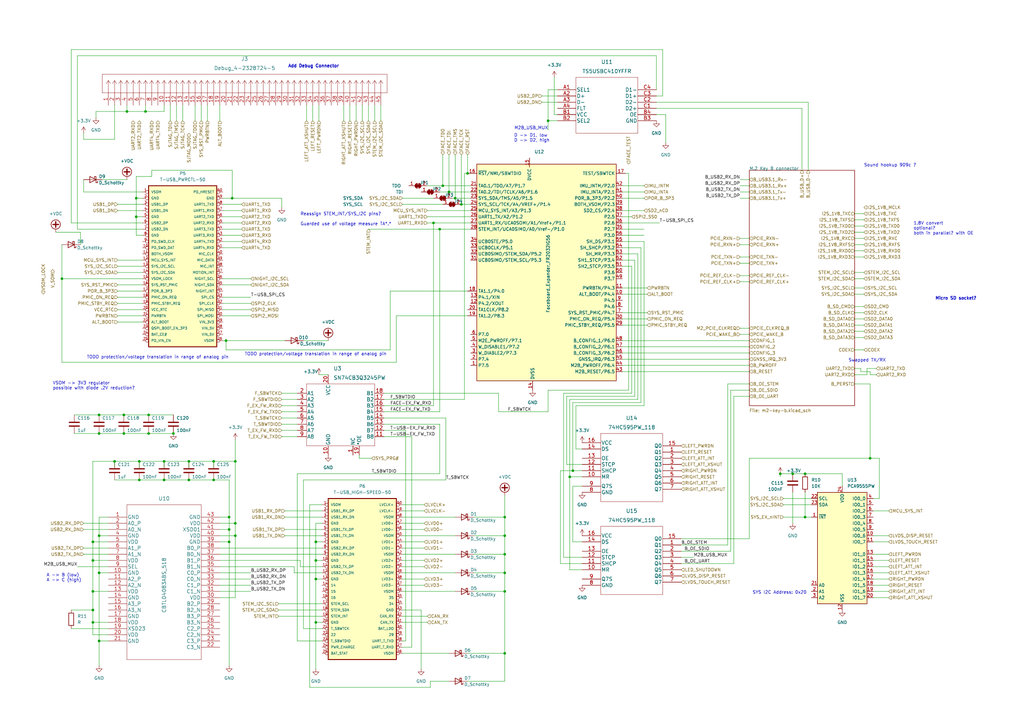
<source format=kicad_sch>
(kicad_sch (version 20211123) (generator eeschema)
  (paper "A3")
  (title_block (title "Expander, M.2 Key B and T-USB") (date "2022-08-23") (company "Digital Sculptor GmbH"))
  (junction (at 92.71 139.7))
  (junction (at 77.47 189.23))
  (junction (at 71.12 177.8))
  (junction (at 320.04 194.31))
  (junction (at 330.2 212.09))
  (junction (at 234.95 193.04))
  (junction (at 38.1 250.19))
  (junction (at 38.1 222.25))
  (junction (at 233.68 195.58))
  (junction (at 129.54 255.27))
  (junction (at 191.77 71.12))
  (junction (at 180.34 93.98))
  (junction (at 93.98 212.09))
  (junction (at 25.4 114.3))
  (junction (at 189.23 83.82))
  (junction (at 184.15 78.74))
  (junction (at 40.64 219.71))
  (junction (at 55.88 81.28))
  (junction (at 87.63 196.85))
  (junction (at 207.01 234.95))
  (junction (at 50.8 177.8))
  (junction (at 87.63 189.23))
  (junction (at 129.54 229.87))
  (junction (at 46.99 189.23))
  (junction (at 207.01 227.33))
  (junction (at 67.31 196.85))
  (junction (at 93.98 217.17))
  (junction (at 325.12 194.31))
  (junction (at 96.52 189.23))
  (junction (at 38.1 229.87))
  (junction (at 207.01 219.71))
  (junction (at 186.69 81.28))
  (junction (at 60.96 170.18))
  (junction (at 60.96 177.8))
  (junction (at 95.25 81.28))
  (junction (at 96.52 219.71))
  (junction (at 38.1 255.27))
  (junction (at 52.07 45.72))
  (junction (at 40.64 262.89))
  (junction (at 181.61 76.2))
  (junction (at 129.54 222.25))
  (junction (at 129.54 237.49))
  (junction (at 57.15 196.85))
  (junction (at 77.47 196.85))
  (junction (at 59.69 45.72))
  (junction (at 177.8 91.44))
  (junction (at 356.87 187.96))
  (junction (at 96.52 214.63))
  (junction (at 93.98 222.25))
  (junction (at 207.01 267.97))
  (junction (at 55.88 88.9))
  (junction (at 50.8 170.18))
  (junction (at 224.79 49.53))
  (junction (at 67.31 189.23))
  (junction (at 207.01 242.57))
  (junction (at 38.1 242.57))
  (junction (at 40.64 170.18))
  (junction (at 207.01 212.09))
  (junction (at 40.64 177.8))
  (junction (at 330.2 194.31))
  (junction (at 57.15 189.23))
  (junction (at 40.64 234.95))
  (wire (pts (xy 255.27 139.7) (xy 307.34 139.7)))
  (wire (pts (xy 48.26 121.92) (xy 58.42 121.92)))
  (wire (pts (xy 157.48 168.91) (xy 180.34 168.91)))
  (wire (pts (xy 91.44 116.84) (xy 102.87 116.84)))
  (wire (pts (xy 194.31 234.95) (xy 207.01 234.95)))
  (wire (pts (xy 115.57 166.37) (xy 121.92 166.37)))
  (wire (pts (xy 157.48 161.29) (xy 204.47 161.29)))
  (wire (pts (xy 85.09 49.53) (xy 85.09 43.18)))
  (wire (pts (xy 166.37 176.53) (xy 166.37 262.89)))
  (wire (pts (xy 57.15 189.23) (xy 67.31 189.23)))
  (wire (pts (xy 134.62 139.7) (xy 124.46 139.7)))
  (wire (pts (xy 55.88 88.9) (xy 55.88 96.52)))
  (wire (pts (xy 57.15 189.23) (xy 57.15 191.77)))
  (wire (pts (xy 350.52 135.89) (xy 354.33 135.89)))
  (wire (pts (xy 40.64 262.89) (xy 40.64 273.05)))
  (wire (pts (xy 238.76 184.15) (xy 236.22 184.15)))
  (wire (pts (xy 350.52 118.11) (xy 354.33 118.11)))
  (wire (pts (xy 229.87 193.04) (xy 234.95 193.04)))
  (wire (pts (xy 95.25 69.85) (xy 95.25 81.28)))
  (wire (pts (xy 325.12 201.93) (xy 325.12 214.63)))
  (wire (pts (xy 207.01 203.2) (xy 207.01 212.09)))
  (wire (pts (xy 228.6 36.83) (xy 224.79 36.83)))
  (wire (pts (xy 255.27 106.68) (xy 260.35 106.68)))
  (wire (pts (xy 236.22 184.15) (xy 236.22 166.37)))
  (wire (pts (xy 91.44 129.54) (xy 102.87 129.54)))
  (wire (pts (xy 356.87 157.48) (xy 356.87 187.96)))
  (wire (pts (xy 204.47 161.29) (xy 204.47 168.91)))
  (wire (pts (xy 87.63 189.23) (xy 87.63 191.77)))
  (wire (pts (xy 350.52 125.73) (xy 354.33 125.73)))
  (wire (pts (xy 162.56 129.54) (xy 162.56 148.59)))
  (wire (pts (xy 262.89 101.6) (xy 262.89 165.1)))
  (wire (pts (xy 350.52 130.81) (xy 354.33 130.81)))
  (wire (pts (xy 160.02 143.51) (xy 92.71 143.51)))
  (wire (pts (xy 300.99 231.14) (xy 300.99 162.56)))
  (wire (pts (xy 90.17 242.57) (xy 102.87 242.57)))
  (wire (pts (xy 55.88 81.28) (xy 55.88 88.9)))
  (wire (pts (xy 350.52 100.33) (xy 354.33 100.33)))
  (wire (pts (xy 93.98 196.85) (xy 93.98 212.09)))
  (wire (pts (xy 186.69 63.5) (xy 186.69 81.28)))
  (wire (pts (xy 271.78 39.37) (xy 271.78 20.32)))
  (wire (pts (xy 151.13 43.18) (xy 151.13 49.53)))
  (wire (pts (xy 358.14 240.03) (xy 364.49 240.03)))
  (wire (pts (xy 279.4 231.14) (xy 300.99 231.14)))
  (wire (pts (xy 90.17 49.53) (xy 90.17 43.18)))
  (wire (pts (xy 165.1 83.82) (xy 181.61 83.82)))
  (wire (pts (xy 165.1 255.27) (xy 175.26 255.27)))
  (wire (pts (xy 299.72 160.02) (xy 307.34 160.02)))
  (wire (pts (xy 34.29 57.15) (xy 46.99 57.15)))
  (wire (pts (xy 224.79 49.53) (xy 224.79 53.34)))
  (wire (pts (xy 350.52 143.51) (xy 354.33 143.51)))
  (wire (pts (xy 74.93 49.53) (xy 74.93 43.18)))
  (wire (pts (xy 350.52 128.27) (xy 354.33 128.27)))
  (wire (pts (xy 182.88 196.85) (xy 124.46 196.85)))
  (wire (pts (xy 191.77 279.4) (xy 207.01 279.4)))
  (wire (pts (xy 358.14 204.47) (xy 360.68 204.47)))
  (wire (pts (xy 325.12 194.31) (xy 330.2 194.31)))
  (wire (pts (xy 176.53 281.94) (xy 176.53 279.4)))
  (wire (pts (xy 91.44 96.52) (xy 99.06 96.52)))
  (wire (pts (xy 130.81 153.67) (xy 134.62 153.67)))
  (wire (pts (xy 224.79 160.02) (xy 224.79 168.91)))
  (wire (pts (xy 127 281.94) (xy 176.53 281.94)))
  (wire (pts (xy 191.77 71.12) (xy 190.5 71.12)))
  (wire (pts (xy 58.42 81.28) (xy 55.88 81.28)))
  (wire (pts (xy 40.64 170.18) (xy 50.8 170.18)))
  (wire (pts (xy 350.52 90.17) (xy 354.33 90.17)))
  (wire (pts (xy 55.88 88.9) (xy 58.42 88.9)))
  (wire (pts (xy 284.48 228.6) (xy 279.4 228.6)))
  (wire (pts (xy 255.27 147.32) (xy 307.34 147.32)))
  (wire (pts (xy 255.27 133.35) (xy 265.43 133.35)))
  (wire (pts (xy 303.53 73.66) (xy 307.34 73.66)))
  (wire (pts (xy 31.75 232.41) (xy 44.45 232.41)))
  (wire (pts (xy 91.44 127) (xy 102.87 127)))
  (wire (pts (xy 255.27 149.86) (xy 307.34 149.86)))
  (wire (pts (xy 177.8 91.44) (xy 193.04 91.44)))
  (wire (pts (xy 269.24 41.91) (xy 331.47 41.91)))
  (wire (pts (xy 255.27 118.11) (xy 265.43 118.11)))
  (wire (pts (xy 57.15 196.85) (xy 67.31 196.85)))
  (wire (pts (xy 120.65 232.41) (xy 90.17 232.41)))
  (wire (pts (xy 259.08 109.22) (xy 255.27 109.22)))
  (wire (pts (xy 260.35 162.56) (xy 232.41 162.56)))
  (wire (pts (xy 34.29 73.66) (xy 34.29 78.74)))
  (wire (pts (xy 321.31 212.09) (xy 330.2 212.09)))
  (wire (pts (xy 165.1 240.03) (xy 173.99 240.03)))
  (wire (pts (xy 255.27 88.9) (xy 259.08 88.9)))
  (wire (pts (xy 165.1 250.19) (xy 172.72 250.19)))
  (wire (pts (xy 165.1 217.17) (xy 173.99 217.17)))
  (wire (pts (xy 303.53 115.57) (xy 307.34 115.57)))
  (wire (pts (xy 181.61 63.5) (xy 181.61 76.2)))
  (wire (pts (xy 207.01 234.95) (xy 207.01 227.33)))
  (wire (pts (xy 175.26 86.36) (xy 193.04 86.36)))
  (wire (pts (xy 224.79 36.83) (xy 224.79 49.53)))
  (wire (pts (xy 320.04 194.31) (xy 325.12 194.31)))
  (wire (pts (xy 91.44 124.46) (xy 102.87 124.46)))
  (wire (pts (xy 38.1 255.27) (xy 38.1 260.35)))
  (wire (pts (xy 358.14 229.87) (xy 364.49 229.87)))
  (wire (pts (xy 358.14 234.95) (xy 364.49 234.95)))
  (wire (pts (xy 233.68 163.83) (xy 261.62 163.83)))
  (wire (pts (xy 77.47 196.85) (xy 87.63 196.85)))
  (wire (pts (xy 224.79 49.53) (xy 228.6 49.53)))
  (wire (pts (xy 350.52 87.63) (xy 354.33 87.63)))
  (wire (pts (xy 38.1 255.27) (xy 44.45 255.27)))
  (wire (pts (xy 175.26 91.44) (xy 177.8 91.44)))
  (wire (pts (xy 157.48 163.83) (xy 190.5 163.83)))
  (wire (pts (xy 157.48 179.07) (xy 168.91 179.07)))
  (wire (pts (xy 44.45 212.09) (xy 40.64 212.09)))
  (wire (pts (xy 207.01 267.97) (xy 207.01 242.57)))
  (wire (pts (xy 69.85 49.53) (xy 69.85 43.18)))
  (wire (pts (xy 31.75 22.86) (xy 31.75 93.98)))
  (wire (pts (xy 120.65 234.95) (xy 120.65 232.41)))
  (wire (pts (xy 38.1 222.25) (xy 38.1 229.87)))
  (wire (pts (xy 40.64 219.71) (xy 40.64 234.95)))
  (wire (pts (xy 330.2 201.93) (xy 330.2 212.09)))
  (wire (pts (xy 146.05 43.18) (xy 146.05 49.53)))
  (wire (pts (xy 184.15 78.74) (xy 193.04 78.74)))
  (wire (pts (xy 182.88 171.45) (xy 182.88 196.85)))
  (wire (pts (xy 303.53 81.28) (xy 307.34 81.28)))
  (wire (pts (xy 129.54 222.25) (xy 132.08 222.25)))
  (wire (pts (xy 34.29 214.63) (xy 44.45 214.63)))
  (wire (pts (xy 190.5 71.12) (xy 190.5 163.83)))
  (wire (pts (xy 48.26 132.08) (xy 58.42 132.08)))
  (wire (pts (xy 165.1 267.97) (xy 184.15 267.97)))
  (wire (pts (xy 330.2 194.31) (xy 345.44 194.31)))
  (wire (pts (xy 232.41 190.5) (xy 238.76 190.5)))
  (wire (pts (xy 303.53 78.74) (xy 307.34 78.74)))
  (wire (pts (xy 58.42 78.74) (xy 34.29 78.74)))
  (wire (pts (xy 115.57 171.45) (xy 121.92 171.45)))
  (wire (pts (xy 207.01 227.33) (xy 207.01 219.71)))
  (wire (pts (xy 29.21 91.44) (xy 58.42 91.44)))
  (wire (pts (xy 132.08 207.01) (xy 127 207.01)))
  (wire (pts (xy 129.54 255.27) (xy 132.08 255.27)))
  (wire (pts (xy 62.23 72.39) (xy 62.23 69.85)))
  (wire (pts (xy 59.69 45.72) (xy 52.07 45.72)))
  (wire (pts (xy 165.1 214.63) (xy 173.99 214.63)))
  (wire (pts (xy 90.17 219.71) (xy 96.52 219.71)))
  (wire (pts (xy 356.87 152.4) (xy 356.87 153.67)))
  (wire (pts (xy 52.07 73.66) (xy 41.91 73.66)))
  (wire (pts (xy 67.31 196.85) (xy 77.47 196.85)))
  (wire (pts (xy 140.97 43.18) (xy 140.97 49.53)))
  (wire (pts (xy 55.88 96.52) (xy 58.42 96.52)))
  (wire (pts (xy 255.27 76.2) (xy 264.16 76.2)))
  (wire (pts (xy 207.01 219.71) (xy 207.01 212.09)))
  (wire (pts (xy 262.89 165.1) (xy 234.95 165.1)))
  (wire (pts (xy 255.27 93.98) (xy 264.16 93.98)))
  (wire (pts (xy 132.08 252.73) (xy 114.3 252.73)))
  (wire (pts (xy 231.14 161.29) (xy 259.08 161.29)))
  (wire (pts (xy 115.57 176.53) (xy 121.92 176.53)))
  (wire (pts (xy 358.14 209.55) (xy 364.49 209.55)))
  (wire (pts (xy 238.76 195.58) (xy 233.68 195.58)))
  (wire (pts (xy 114.3 250.19) (xy 132.08 250.19)))
  (wire (pts (xy 77.47 189.23) (xy 77.47 191.77)))
  (wire (pts (xy 320.04 194.31) (xy 320.04 195.58)))
  (wire (pts (xy 194.31 219.71) (xy 207.01 219.71)))
  (wire (pts (xy 29.21 257.81) (xy 44.45 257.81)))
  (wire (pts (xy 279.4 223.52) (xy 298.45 223.52)))
  (wire (pts (xy 48.26 83.82) (xy 58.42 83.82)))
  (wire (pts (xy 207.01 242.57) (xy 207.01 234.95)))
  (wire (pts (xy 261.62 104.14) (xy 255.27 104.14)))
  (wire (pts (xy 38.1 229.87) (xy 44.45 229.87)))
  (wire (pts (xy 90.17 217.17) (xy 93.98 217.17)))
  (wire (pts (xy 255.27 152.4) (xy 307.34 152.4)))
  (wire (pts (xy 22.86 95.25) (xy 33.02 95.25)))
  (wire (pts (xy 298.45 157.48) (xy 307.34 157.48)))
  (wire (pts (xy 143.51 43.18) (xy 143.51 49.53)))
  (wire (pts (xy 91.44 86.36) (xy 99.06 86.36)))
  (wire (pts (xy 48.26 86.36) (xy 58.42 86.36)))
  (wire (pts (xy 67.31 45.72) (xy 59.69 45.72)))
  (wire (pts (xy 255.27 142.24) (xy 307.34 142.24)))
  (wire (pts (xy 236.22 166.37) (xy 264.16 166.37)))
  (wire (pts (xy 90.17 237.49) (xy 102.87 237.49)))
  (wire (pts (xy 204.47 168.91) (xy 224.79 168.91)))
  (wire (pts (xy 44.45 260.35) (xy 38.1 260.35)))
  (wire (pts (xy 162.56 148.59) (xy 25.4 148.59)))
  (wire (pts (xy 91.44 114.3) (xy 102.87 114.3)))
  (wire (pts (xy 130.81 43.18) (xy 130.81 49.53)))
  (wire (pts (xy 72.39 49.53) (xy 72.39 43.18)))
  (wire (pts (xy 234.95 199.39) (xy 234.95 222.25)))
  (wire (pts (xy 350.52 111.76) (xy 354.33 111.76)))
  (wire (pts (xy 358.14 232.41) (xy 364.49 232.41)))
  (wire (pts (xy 129.54 237.49) (xy 132.08 237.49)))
  (wire (pts (xy 31.75 93.98) (xy 58.42 93.98)))
  (wire (pts (xy 90.17 234.95) (xy 102.87 234.95)))
  (wire (pts (xy 165.1 265.43) (xy 168.91 265.43)))
  (wire (pts (xy 229.87 231.14) (xy 229.87 193.04)))
  (wire (pts (xy 132.08 214.63) (xy 129.54 214.63)))
  (wire (pts (xy 165.1 207.01) (xy 173.99 207.01)))
  (wire (pts (xy 48.26 119.38) (xy 58.42 119.38)))
  (wire (pts (xy 350.52 97.79) (xy 354.33 97.79)))
  (wire (pts (xy 59.69 43.18) (xy 59.69 45.72)))
  (wire (pts (xy 123.19 232.41) (xy 132.08 232.41)))
  (wire (pts (xy 189.23 83.82) (xy 193.04 83.82)))
  (wire (pts (xy 168.91 179.07) (xy 168.91 265.43)))
  (wire (pts (xy 191.77 63.5) (xy 191.77 71.12)))
  (wire (pts (xy 279.4 220.98) (xy 307.34 220.98)))
  (wire (pts (xy 48.26 109.22) (xy 58.42 109.22)))
  (wire (pts (xy 255.27 120.65) (xy 265.43 120.65)))
  (wire (pts (xy 269.24 39.37) (xy 271.78 39.37)))
  (wire (pts (xy 40.64 234.95) (xy 40.64 262.89)))
  (wire (pts (xy 175.26 88.9) (xy 193.04 88.9)))
  (wire (pts (xy 194.31 212.09) (xy 207.01 212.09)))
  (wire (pts (xy 96.52 180.34) (xy 96.52 189.23)))
  (wire (pts (xy 115.57 163.83) (xy 121.92 163.83)))
  (wire (pts (xy 303.53 113.03) (xy 307.34 113.03)))
  (wire (pts (xy 60.96 177.8) (xy 71.12 177.8)))
  (wire (pts (xy 40.64 177.8) (xy 50.8 177.8)))
  (wire (pts (xy 129.54 222.25) (xy 129.54 229.87)))
  (wire (pts (xy 300.99 162.56) (xy 307.34 162.56)))
  (wire (pts (xy 255.27 91.44) (xy 270.51 91.44)))
  (wire (pts (xy 90.17 222.25) (xy 93.98 222.25)))
  (wire (pts (xy 127 207.01) (xy 127 281.94)))
  (wire (pts (xy 87.63 189.23) (xy 96.52 189.23)))
  (wire (pts (xy 160.02 119.38) (xy 160.02 143.51)))
  (wire (pts (xy 90.17 212.09) (xy 93.98 212.09)))
  (wire (pts (xy 77.47 189.23) (xy 87.63 189.23)))
  (wire (pts (xy 125.73 43.18) (xy 125.73 49.53)))
  (wire (pts (xy 48.26 116.84) (xy 58.42 116.84)))
  (wire (pts (xy 91.44 88.9) (xy 99.06 88.9)))
  (wire (pts (xy 358.14 222.25) (xy 364.49 222.25)))
  (wire (pts (xy 25.4 114.3) (xy 25.4 100.33)))
  (wire (pts (xy 234.95 193.04) (xy 238.76 193.04)))
  (wire (pts (xy 96.52 219.71) (xy 96.52 245.11)))
  (wire (pts (xy 34.29 54.61) (xy 34.29 57.15)))
  (wire (pts (xy 132.08 257.81) (xy 124.46 257.81)))
  (wire (pts (xy 273.05 46.99) (xy 273.05 58.42)))
  (wire (pts (xy 350.52 114.3) (xy 354.33 114.3)))
  (wire (pts (xy 92.71 139.7) (xy 92.71 143.51)))
  (wire (pts (xy 165.1 81.28) (xy 177.8 81.28)))
  (wire (pts (xy 358.14 245.11) (xy 364.49 245.11)))
  (wire (pts (xy 116.84 217.17) (xy 132.08 217.17)))
  (wire (pts (xy 157.48 173.99) (xy 180.34 173.99)))
  (wire (pts (xy 29.21 250.19) (xy 38.1 250.19)))
  (wire (pts (xy 350.52 153.67) (xy 355.6 153.67)))
  (wire (pts (xy 298.45 223.52) (xy 298.45 157.48)))
  (wire (pts (xy 129.54 229.87) (xy 129.54 237.49)))
  (wire (pts (xy 80.01 49.53) (xy 80.01 43.18)))
  (wire (pts (xy 259.08 161.29) (xy 259.08 109.22)))
  (wire (pts (xy 123.19 232.41) (xy 123.19 229.87)))
  (wire (pts (xy 50.8 170.18) (xy 60.96 170.18)))
  (wire (pts (xy 256.54 71.12) (xy 257.81 71.12)))
  (wire (pts (xy 91.44 93.98) (xy 99.06 93.98)))
  (wire (pts (xy 356.87 153.67) (xy 359.41 153.67)))
  (wire (pts (xy 360.68 204.47) (xy 360.68 187.96)))
  (wire (pts (xy 91.44 121.92) (xy 102.87 121.92)))
  (wire (pts (xy 307.34 187.96) (xy 356.87 187.96)))
  (wire (pts (xy 350.52 151.13) (xy 353.06 151.13)))
  (wire (pts (xy 303.53 137.16) (xy 307.34 137.16)))
  (wire (pts (xy 121.92 194.31) (xy 121.92 262.89)))
  (wire (pts (xy 194.31 227.33) (xy 207.01 227.33)))
  (wire (pts (xy 350.52 120.65) (xy 354.33 120.65)))
  (wire (pts (xy 157.48 176.53) (xy 166.37 176.53)))
  (wire (pts (xy 90.17 227.33) (xy 132.08 227.33)))
  (wire (pts (xy 350.52 105.41) (xy 354.33 105.41)))
  (wire (pts (xy 60.96 170.18) (xy 71.12 170.18)))
  (wire (pts (xy 93.98 222.25) (xy 93.98 273.05)))
  (wire (pts (xy 255.27 130.81) (xy 265.43 130.81)))
  (wire (pts (xy 52.07 43.18) (xy 52.07 45.72)))
  (wire (pts (xy 151.13 93.98) (xy 180.34 93.98)))
  (wire (pts (xy 175.26 76.2) (xy 181.61 76.2)))
  (wire (pts (xy 165.1 237.49) (xy 173.99 237.49)))
  (wire (pts (xy 29.21 20.32) (xy 29.21 91.44)))
  (wire (pts (xy 260.35 106.68) (xy 260.35 162.56)))
  (wire (pts (xy 115.57 81.28) (xy 115.57 85.09)))
  (wire (pts (xy 194.31 242.57) (xy 207.01 242.57)))
  (wire (pts (xy 116.84 209.55) (xy 132.08 209.55)))
  (wire (pts (xy 350.52 102.87) (xy 354.33 102.87)))
  (wire (pts (xy 345.44 194.31) (xy 345.44 199.39)))
  (wire (pts (xy 303.53 97.79) (xy 307.34 97.79)))
  (wire (pts (xy 269.24 46.99) (xy 273.05 46.99)))
  (wire (pts (xy 233.68 233.68) (xy 233.68 195.58)))
  (wire (pts (xy 238.76 231.14) (xy 229.87 231.14)))
  (wire (pts (xy 40.64 262.89) (xy 44.45 262.89)))
  (wire (pts (xy 358.14 227.33) (xy 364.49 227.33)))
  (wire (pts (xy 355.6 151.13) (xy 359.41 151.13)))
  (wire (pts (xy 165.1 232.41) (xy 173.99 232.41)))
  (wire (pts (xy 157.48 166.37) (xy 177.8 166.37)))
  (wire (pts (xy 269.24 36.83) (xy 269.24 22.86)))
  (wire (pts (xy 34.29 227.33) (xy 44.45 227.33)))
  (wire (pts (xy 147.32 187.96) (xy 152.4 187.96)))
  (wire (pts (xy 232.41 162.56) (xy 232.41 190.5)))
  (wire (pts (xy 255.27 78.74) (xy 264.16 78.74)))
  (wire (pts (xy 156.21 43.18) (xy 156.21 49.53)))
  (wire (pts (xy 91.44 139.7) (xy 92.71 139.7)))
  (wire (pts (xy 90.17 240.03) (xy 102.87 240.03)))
  (wire (pts (xy 95.25 81.28) (xy 115.57 81.28)))
  (wire (pts (xy 165.1 209.55) (xy 173.99 209.55)))
  (wire (pts (xy 33.02 95.25) (xy 33.02 100.33)))
  (wire (pts (xy 91.44 81.28) (xy 95.25 81.28)))
  (wire (pts (xy 257.81 71.12) (xy 257.81 160.02)))
  (wire (pts (xy 46.99 189.23) (xy 57.15 189.23)))
  (wire (pts (xy 67.31 189.23) (xy 67.31 191.77)))
  (wire (pts (xy 191.77 267.97) (xy 207.01 267.97)))
  (wire (pts (xy 176.53 279.4) (xy 184.15 279.4)))
  (wire (pts (xy 165.1 219.71) (xy 186.69 219.71)))
  (wire (pts (xy 180.34 194.31) (xy 121.92 194.31)))
  (wire (pts (xy 264.16 99.06) (xy 255.27 99.06)))
  (wire (pts (xy 358.14 237.49) (xy 364.49 237.49)))
  (wire (pts (xy 38.1 242.57) (xy 38.1 250.19)))
  (wire (pts (xy 180.34 173.99) (xy 180.34 194.31)))
  (wire (pts (xy 38.1 229.87) (xy 38.1 242.57)))
  (wire (pts (xy 115.57 161.29) (xy 121.92 161.29)))
  (wire (pts (xy 165.1 242.57) (xy 186.69 242.57)))
  (wire (pts (xy 90.17 214.63) (xy 96.52 214.63)))
  (wire (pts (xy 39.37 45.72) (xy 39.37 48.26)))
  (wire (pts (xy 350.52 133.35) (xy 354.33 133.35)))
  (wire (pts (xy 96.52 214.63) (xy 96.52 219.71)))
  (wire (pts (xy 165.1 252.73) (xy 175.26 252.73)))
  (wire (pts (xy 180.34 93.98) (xy 180.34 168.91)))
  (wire (pts (xy 91.44 99.06) (xy 99.06 99.06)))
  (wire (pts (xy 46.99 189.23) (xy 46.99 191.77)))
  (wire (pts (xy 93.98 217.17) (xy 93.98 222.25)))
  (wire (pts (xy 50.8 177.8) (xy 60.96 177.8)))
  (wire (pts (xy 355.6 153.67) (xy 355.6 151.13)))
  (wire (pts (xy 62.23 69.85) (xy 95.25 69.85)))
  (wire (pts (xy 228.6 46.99) (xy 227.33 46.99)))
  (wire (pts (xy 191.77 129.54) (xy 162.56 129.54)))
  (wire (pts (xy 55.88 81.28) (xy 55.88 72.39)))
  (wire (pts (xy 34.29 217.17) (xy 44.45 217.17)))
  (wire (pts (xy 116.84 219.71) (xy 132.08 219.71)))
  (wire (pts (xy 147.32 186.69) (xy 147.32 187.96)))
  (wire (pts (xy 38.1 250.19) (xy 38.1 255.27)))
  (wire (pts (xy 116.84 139.7) (xy 92.71 139.7)))
  (wire (pts (xy 255.27 81.28) (xy 264.16 81.28)))
  (wire (pts (xy 255.27 86.36) (xy 264.16 86.36)))
  (wire (pts (xy 186.69 81.28) (xy 185.42 81.28)))
  (wire (pts (xy 38.1 189.23) (xy 38.1 222.25)))
  (wire (pts (xy 96.52 189.23) (xy 96.52 214.63)))
  (wire (pts (xy 180.34 93.98) (xy 193.04 93.98)))
  (wire (pts (xy 129.54 237.49) (xy 129.54 255.27)))
  (wire (pts (xy 231.14 228.6) (xy 231.14 161.29)))
  (wire (pts (xy 115.57 173.99) (xy 121.92 173.99)))
  (wire (pts (xy 91.44 83.82) (xy 99.06 83.82)))
  (wire (pts (xy 303.53 100.33) (xy 307.34 100.33)))
  (wire (pts (xy 356.87 187.96) (xy 360.68 187.96)))
  (wire (pts (xy 255.27 144.78) (xy 307.34 144.78)))
  (wire (pts (xy 46.99 196.85) (xy 57.15 196.85)))
  (wire (pts (xy 116.84 212.09) (xy 132.08 212.09)))
  (wire (pts (xy 91.44 101.6) (xy 99.06 101.6)))
  (wire (pts (xy 222.25 39.37) (xy 228.6 39.37)))
  (wire (pts (xy 132.08 262.89) (xy 121.92 262.89)))
  (wire (pts (xy 321.31 207.01) (xy 332.74 207.01)))
  (wire (pts (xy 30.48 170.18) (xy 40.64 170.18)))
  (wire (pts (xy 279.4 226.06) (xy 299.72 226.06)))
  (wire (pts (xy 128.27 43.18) (xy 128.27 49.53)))
  (wire (pts (xy 58.42 114.3) (xy 25.4 114.3)))
  (wire (pts (xy 165.1 262.89) (xy 166.37 262.89)))
  (wire (pts (xy 91.44 91.44) (xy 99.06 91.44)))
  (wire (pts (xy 38.1 222.25) (xy 44.45 222.25)))
  (wire (pts (xy 93.98 212.09) (xy 93.98 217.17)))
  (wire (pts (xy 189.23 63.5) (xy 189.23 83.82)))
  (wire (pts (xy 177.8 91.44) (xy 177.8 166.37)))
  (wire (pts (xy 353.06 151.13) (xy 353.06 152.4)))
  (wire (pts (xy 331.47 41.91) (xy 331.47 69.85)))
  (wire (pts (xy 358.14 242.57) (xy 364.49 242.57)))
  (wire (pts (xy 238.76 199.39) (xy 234.95 199.39)))
  (wire (pts (xy 191.77 119.38) (xy 160.02 119.38)))
  (wire (pts (xy 269.24 22.86) (xy 31.75 22.86)))
  (wire (pts (xy 350.52 138.43) (xy 354.33 138.43)))
  (wire (pts (xy 48.26 111.76) (xy 58.42 111.76)))
  (wire (pts (xy 234.95 222.25) (xy 238.76 222.25)))
  (wire (pts (xy 25.4 148.59) (xy 25.4 114.3)))
  (wire (pts (xy 87.63 196.85) (xy 93.98 196.85)))
  (wire (pts (xy 40.64 234.95) (xy 44.45 234.95)))
  (wire (pts (xy 299.72 226.06) (xy 299.72 160.02)))
  (wire (pts (xy 328.93 44.45) (xy 328.93 69.85)))
  (wire (pts (xy 227.33 46.99) (xy 227.33 31.75)))
  (wire (pts (xy 165.1 229.87) (xy 173.99 229.87)))
  (wire (pts (xy 222.25 41.91) (xy 228.6 41.91)))
  (wire (pts (xy 129.54 229.87) (xy 132.08 229.87)))
  (wire (pts (xy 303.53 134.62) (xy 307.34 134.62)))
  (wire (pts (xy 261.62 163.83) (xy 261.62 104.14)))
  (wire (pts (xy 307.34 220.98) (xy 307.34 187.96)))
  (wire (pts (xy 48.26 124.46) (xy 58.42 124.46)))
  (wire (pts (xy 255.27 101.6) (xy 262.89 101.6)))
  (wire (pts (xy 264.16 166.37) (xy 264.16 99.06)))
  (wire (pts (xy 358.14 219.71) (xy 364.49 219.71)))
  (wire (pts (xy 157.48 171.45) (xy 182.88 171.45)))
  (wire (pts (xy 238.76 228.6) (xy 231.14 228.6)))
  (wire (pts (xy 238.76 233.68) (xy 233.68 233.68)))
  (wire (pts (xy 129.54 214.63) (xy 129.54 222.25)))
  (wire (pts (xy 115.57 179.07) (xy 121.92 179.07)))
  (wire (pts (xy 124.46 196.85) (xy 124.46 257.81)))
  (wire (pts (xy 353.06 152.4) (xy 356.87 152.4)))
  (wire (pts (xy 172.72 250.19) (xy 172.72 274.32)))
  (wire (pts (xy 39.37 45.72) (xy 52.07 45.72)))
  (wire (pts (xy 181.61 76.2) (xy 193.04 76.2)))
  (wire (pts (xy 40.64 212.09) (xy 40.64 219.71)))
  (wire (pts (xy 48.26 129.54) (xy 58.42 129.54)))
  (wire (pts (xy 350.52 95.25) (xy 354.33 95.25)))
  (wire (pts (xy 29.21 20.32) (xy 271.78 20.32)))
  (wire (pts (xy 186.69 81.28) (xy 193.04 81.28)))
  (wire (pts (xy 165.1 222.25) (xy 173.99 222.25)))
  (wire (pts (xy 46.99 57.15) (xy 46.99 43.18)))
  (wire (pts (xy 180.34 78.74) (xy 184.15 78.74)))
  (wire (pts (xy 67.31 189.23) (xy 77.47 189.23)))
  (wire (pts (xy 234.95 165.1) (xy 234.95 193.04)))
  (wire (pts (xy 356.87 157.48) (xy 350.52 157.48)))
  (wire (pts (xy 207.01 279.4) (xy 207.01 267.97)))
  (wire (pts (xy 82.55 43.18) (xy 82.55 49.53)))
  (wire (pts (xy 303.53 107.95) (xy 307.34 107.95)))
  (wire (pts (xy 165.1 234.95) (xy 186.69 234.95)))
  (wire (pts (xy 90.17 245.11) (xy 96.52 245.11)))
  (wire (pts (xy 269.24 44.45) (xy 328.93 44.45)))
  (wire (pts (xy 233.68 195.58) (xy 233.68 163.83)))
  (wire (pts (xy 129.54 255.27) (xy 129.54 274.32)))
  (wire (pts (xy 330.2 212.09) (xy 332.74 212.09)))
  (wire (pts (xy 123.19 229.87) (xy 90.17 229.87)))
  (wire (pts (xy 303.53 76.2) (xy 307.34 76.2)))
  (wire (pts (xy 120.65 234.95) (xy 132.08 234.95)))
  (wire (pts (xy 153.67 43.18) (xy 153.67 49.53)))
  (wire (pts (xy 165.1 224.79) (xy 173.99 224.79)))
  (wire (pts (xy 148.59 43.18) (xy 148.59 49.53)))
  (wire (pts (xy 115.57 168.91) (xy 121.92 168.91)))
  (wire (pts (xy 40.64 219.71) (xy 44.45 219.71)))
  (wire (pts (xy 48.26 127) (xy 58.42 127)))
  (wire (pts (xy 114.3 247.65) (xy 132.08 247.65)))
  (wire (pts (xy 255.27 128.27) (xy 265.43 128.27)))
  (wire (pts (xy 48.26 106.68) (xy 58.42 106.68)))
  (wire (pts (xy 38.1 242.57) (xy 44.45 242.57)))
  (wire (pts (xy 38.1 189.23) (xy 46.99 189.23)))
  (wire (pts (xy 255.27 96.52) (xy 264.16 96.52)))
  (wire (pts (xy 34.29 224.79) (xy 44.45 224.79)))
  (wire (pts (xy 165.1 227.33) (xy 186.69 227.33)))
  (wire (pts (xy 30.48 177.8) (xy 40.64 177.8)))
  (wire (pts (xy 257.81 160.02) (xy 224.79 160.02)))
  (wire (pts (xy 184.15 63.5) (xy 184.15 78.74)))
  (wire (pts (xy 67.31 43.18) (xy 67.31 45.72)))
  (wire (pts (xy 165.1 212.09) (xy 186.69 212.09)))
  (wire (pts (xy 90.17 224.79) (xy 132.08 224.79)))
  (wire (pts (xy 321.31 204.47) (xy 332.74 204.47)))
  (wire (pts (xy 55.88 72.39) (xy 62.23 72.39)))
  (wire (pts (xy 350.52 92.71) (xy 354.33 92.71)))
  (wire (pts (xy 303.53 105.41) (xy 307.34 105.41)))
  (text "Micro SD socket?" (at 383.54 123.19 0) (effects (font (size 1.27 1.27) bold) (justify left bottom)))
  (text "Swapped TX/RX" (at 347.98 148.59 0) (effects (font (size 1.27 1.27)) (justify left bottom)))
  (text "D -> D1, low\nD -> D2, high" (at 210.82 58.42 0) (effects (font (size 1.27 1.27)) (justify left bottom)))
  (text "Add Debug Connector" (at 118.11 27.94 0) (effects (font (size 1.27 1.27) bold) (justify left bottom)))
  (text "TODO protection/voltage translation in range of analog pin" (at 35.56 147.32 0) (effects (font (size 1.27 1.27)) (justify left bottom)))
  (text "A -> B (low)\nA -> C (high)" (at 19.05 238.76 0) (effects (font (size 1.27 1.27)) (justify left bottom)))
  (text "Sound hookup 909c ?" (at 354.33 68.58 0) (effects (font (size 1.27 1.27)) (justify left bottom)))
  (text "M2B_USB_MUX" (at 224.79 53.34 180) (effects (font (size 1.27 1.27)) (justify right bottom)))
  (text "SYS I2C Address: 0x20" (at 308.61 243.84 0) (effects (font (size 1.27 1.27)) (justify left bottom)))
  (text "Reassign STEM_INT/SYS_I2C pins?\n\nGuarded use of voltage measure TA*.*" (at 123.19 92.71 0) (effects (font (size 1.27 1.27)) (justify left bottom)))
  (text "VSOM -> 3V3 regulator\npossible with diode .2V reduction?" (at 21.59 160.02 0) (effects (font (size 1.27 1.27)) (justify left bottom)))
  (text "1.8V convert\noptional?\nboth in parallel? with OE" (at 374.65 96.52 0) (effects (font (size 1.27 1.27)) (justify left bottom)))
  (text "TODO protection/voltage translation in range of analog pin" (at 100.33 146.05 0) (effects (font (size 1.27 1.27)) (justify left bottom)))
  (label "M2B_USB_MUX" (at 284.48 228.6 0))
  (label "F_SBWTCK" (at 208.28 168.91 0))
  (label "B_OE_UART" (at 280.67 231.14 0))
  (label "B_OE_STEM" (at 279.4 223.52 0))
  (label "T_SBWTDIO" (at 152.4 194.31 0))
  (label "T-USB_SPI_CS" (at 102.87 121.92 0))
  (label "B_USB2_TX_DP" (at 102.87 240.03 0))
  (label "F_SBWTDIO" (at 160.02 163.83 0))
  (label "FACE-EX_FW_TXD" (at 160.02 168.91 0))
  (label "T-USB-EX_FW_RXD" (at 160.02 176.53 0))
  (label "B_USB2_RX_DP" (at 102.87 234.95 0))
  (label "T_SBWTCK" (at 182.88 196.85 0))
  (label "B_OE_SDIO" (at 280.67 226.06 0))
  (label "B_USB2_RX_DN" (at 303.53 73.66 180))
  (label "M2B_USB_MUX" (at 31.75 232.41 180))
  (label "B_USB2_TX_DN" (at 303.53 78.74 180))
  (label "T-USB_SPI_CS" (at 270.51 91.44 0))
  (label "B_USB2_RX_DP" (at 303.53 76.2 180))
  (label "FACE-EX_FW_RXD" (at 160.02 166.37 0))
  (label "T-USB-EX_FW_TXD" (at 160.02 179.07 0))
  (label "B_USB2_TX_DN" (at 102.87 242.57 0))
  (label "B_USB2_RX_DN" (at 102.87 237.49 0))
  (label "B_USB2_TX_DP" (at 303.53 81.28 180))
  (hierarchical_label "PCIE_RXN-" (shape input) (at 307.34 97.79 0))
  (hierarchical_label "PCIE_RXN+" (shape input) (at 307.34 100.33 0))
  (hierarchical_label "PCIE_RXN-" (shape input) (at 303.53 97.79 180))
  (hierarchical_label "F_EX_FW_RXD" (shape input) (at 115.57 166.37 180))
  (hierarchical_label "LVDS_TOUCH_RESET" (shape input) (at 279.4 238.76 0))
  (hierarchical_label "T_EX_FW_RXD" (shape input) (at 115.57 176.53 180))
  (hierarchical_label "LVD2+" (shape input) (at 173.99 229.87 0))
  (hierarchical_label "STEM_I2C_SDA" (shape input) (at 156.21 49.53 270))
  (hierarchical_label "USB1_TX_DN" (shape input) (at 116.84 219.71 180))
  (hierarchical_label "SPI2_MOSI" (shape input) (at 102.87 129.54 0))
  (hierarchical_label "PCIE_TXN-" (shape input) (at 307.34 105.41 0))
  (hierarchical_label "SD2_nCD" (shape input) (at 264.16 86.36 0))
  (hierarchical_label "I2S_1V8_TXD2" (shape input) (at 354.33 95.25 0))
  (hierarchical_label "B_OE_SDIO" (shape input) (at 307.34 160.02 0))
  (hierarchical_label "PCIE_REF_CLK+" (shape input) (at 303.53 115.57 180))
  (hierarchical_label "LVD1-" (shape input) (at 173.99 224.79 0))
  (hierarchical_label "I2S_1V8_TXC" (shape input) (at 354.33 87.63 0))
  (hierarchical_label "LVD2-" (shape input) (at 173.99 232.41 0))
  (hierarchical_label "RIGHT_ATT_XSHUT" (shape input) (at 279.4 200.66 0))
  (hierarchical_label "LVD3+" (shape input) (at 173.99 237.49 0))
  (hierarchical_label "PCIE_CLKREQ_B" (shape input) (at 307.34 134.62 0))
  (hierarchical_label "CONFIG_1" (shape input) (at 307.34 139.7 0))
  (hierarchical_label "SYS_I2C_SCL" (shape input) (at 165.1 83.82 180))
  (hierarchical_label "SD2_DATA1" (shape input) (at 354.33 133.35 0))
  (hierarchical_label "LVD3-" (shape input) (at 173.99 240.03 0))
  (hierarchical_label "FACE_TCK" (shape input) (at 189.23 63.5 90))
  (hierarchical_label "UART2_TXD" (shape input) (at 57.15 49.53 270))
  (hierarchical_label "PWRBTN" (shape input) (at 48.26 129.54 180))
  (hierarchical_label "IMU_INTM" (shape input) (at 264.16 76.2 0))
  (hierarchical_label "RIGHT_PWRDN" (shape input) (at 279.4 193.04 0))
  (hierarchical_label "SYS_I2C_SDA" (shape input) (at 321.31 207.01 180))
  (hierarchical_label "RIGHT_RESET" (shape input) (at 279.4 195.58 0))
  (hierarchical_label "UART3_TXD" (shape input) (at 99.06 93.98 0))
  (hierarchical_label "SYS_RST_PMIC" (shape input) (at 265.43 128.27 0))
  (hierarchical_label "UART4_TXD" (shape input) (at 64.77 49.53 270))
  (hierarchical_label "LVDS_DISP_RESET" (shape input) (at 279.4 236.22 0))
  (hierarchical_label "LEFT_RESET" (shape input) (at 128.27 49.53 270))
  (hierarchical_label "PMIC_ON_REQ" (shape input) (at 48.26 121.92 180))
  (hierarchical_label "MCU_SYS_INT" (shape input) (at 48.26 106.68 180))
  (hierarchical_label "LEFT_PWRDN" (shape input) (at 364.49 227.33 0))
  (hierarchical_label "LVD0-" (shape input) (at 173.99 217.17 0))
  (hierarchical_label "RIGHT_RESET" (shape input) (at 364.49 240.03 0))
  (hierarchical_label "VSOM_LOCK" (shape input) (at 17.78 120.65 90))
  (hierarchical_label "LVDS_DISP_RESET" (shape input) (at 364.49 219.71 0))
  (hierarchical_label "STEM_I2C_SCL" (shape input) (at 114.3 247.65 180))
  (hierarchical_label "SJTAG_TDO" (shape input) (at 80.01 49.53 270))
  (hierarchical_label "RIGHT_RESET" (shape input) (at 143.51 49.53 270))
  (hierarchical_label "LEFT_ATT_XSHUT" (shape input) (at 364.49 234.95 0))
  (hierarchical_label "PMIC_STBY_REQ" (shape input) (at 265.43 133.35 0))
  (hierarchical_label "UART2_TXD" (shape input) (at 350.52 151.13 180))
  (hierarchical_label "I2S_1V8_RXC" (shape input) (at 354.33 97.79 0))
  (hierarchical_label "B_PWROFF" (shape input) (at 307.34 149.86 0))
  (hierarchical_label "USB1_DP" (shape input) (at 48.26 83.82 180))
  (hierarchical_label "LEFT_ATT_INT" (shape input) (at 364.49 232.41 0))
  (hierarchical_label "SPI2_SS0" (shape input) (at 259.08 88.9 0))
  (hierarchical_label "USB1_DN" (shape input) (at 48.26 86.36 180))
  (hierarchical_label "SYS_I2C_SDA" (shape input) (at 48.26 111.76 180))
  (hierarchical_label "STEM_I2C_SDA" (shape input) (at 114.3 250.19 180))
  (hierarchical_label "CAN_TX" (shape input) (at 175.26 255.27 0))
  (hierarchical_label "UART1_TXD" (shape input) (at 99.06 83.82 0))
  (hierarchical_label "PCIE_REF_CLK-" (shape input) (at 303.53 113.03 180))
  (hierarchical_label "LEFT_ATT_XSHUT" (shape input) (at 125.73 49.53 270))
  (hierarchical_label "RIGHT_ATT_XSHUT" (shape input) (at 140.97 49.53 270))
  (hierarchical_label "T_SBWTCK" (shape input) (at 115.57 171.45 180))
  (hierarchical_label "F_SBWTCK" (shape input) (at 115.57 161.29 180))
  (hierarchical_label "POR_B_3P3" (shape input) (at 264.16 81.28 0))
  (hierarchical_label "RIGHT_PWRDN" (shape input) (at 364.49 237.49 0))
  (hierarchical_label "MCU_SYS_INT" (shape input) (at 175.26 86.36 180))
  (hierarchical_label "LEFT_RESET" (shape input) (at 364.49 229.87 0))
  (hierarchical_label "I2S_1V8_TXFS" (shape input) (at 350.52 90.17 180))
  (hierarchical_label "SYS_I2C_SCL" (shape input) (at 321.31 204.47 180))
  (hierarchical_label "STEM_I2C_SCL" (shape input) (at 354.33 111.76 0))
  (hierarchical_label "USB2_RX_DN" (shape input) (at 34.29 217.17 180))
  (hierarchical_label "SYS_I2C_SCL" (shape input) (at 350.52 118.11 180))
  (hierarchical_label "LVCLK-" (shape input) (at 173.99 209.55 0))
  (hierarchical_label "SJTAG_TCK" (shape input) (at 74.93 49.53 270))
  (hierarchical_label "USB2_TX_DN" (shape input) (at 34.29 227.33 180))
  (hierarchical_label "I2S_1V8_TXD2" (shape input) (at 350.52 95.25 180))
  (hierarchical_label "I2S_1V8_TXC" (shape input) (at 350.52 87.63 180))
  (hierarchical_label "LVCLK+" (shape input) (at 173.99 207.01 0))
  (hierarchical_label "USB1_RX_DP" (shape input) (at 116.84 209.55 180))
  (hierarchical_label "UART4_RXD" (shape input) (at 62.23 49.53 270))
  (hierarchical_label "SD2_CLK" (shape input) (at 354.33 128.27 0))
  (hierarchical_label "T_EX_FW_TXD" (shape input) (at 115.57 179.07 180))
  (hierarchical_label "B_PERST" (shape input) (at 350.52 157.48 180))
  (hierarchical_label "SYS_I2C_SDA" (shape input) (at 354.33 120.65 0))
  (hierarchical_label "UART1_TXD" (shape input) (at 175.26 88.9 180))
  (hierarchical_label "B_SD_DATA2" (shape input) (at 350.52 135.89 180))
  (hierarchical_label "STEM_I2C_SCL" (shape input) (at 350.52 111.76 180))
  (hierarchical_label "SYS_PRG#" (shape input) (at 152.4 187.96 0))
  (hierarchical_label "UART2_RXD" (shape input) (at 359.41 153.67 0))
  (hierarchical_label "I2S_1V8_TXD0" (shape input) (at 354.33 92.71 0))
  (hierarchical_label "SD2_DATA0" (shape input) (at 354.33 130.81 0))
  (hierarchical_label "SYS_I2C_SCL" (shape input) (at 48.26 109.22 180))
  (hierarchical_label "LEFT_ATT_INT" (shape input) (at 279.4 187.96 0))
  (hierarchical_label "RIGHT_PWRDN" (shape input) (at 146.05 49.53 270))
  (hierarchical_label "CONFIG_2" (shape input) (at 307.34 142.24 0))
  (hierarchical_label "RIGHT_ATT_INT" (shape input) (at 279.4 198.12 0))
  (hierarchical_label "SPI2_CLK" (shape input) (at 102.87 124.46 0))
  (hierarchical_label "COEX" (shape input) (at 354.33 143.51 0))
  (hierarchical_label "SYS_EX_nINT" (shape input) (at 321.31 212.09 180))
  (hierarchical_label "PCIE_TXN-" (shape input) (at 303.53 105.41 180))
  (hierarchical_label "V_SOM" (shape input) (at 21.59 110.49 270))
  (hierarchical_label "VCC_RTC" (shape input) (at 48.26 127 180))
  (hierarchical_label "RIGHT_ATT_XSHUT" (shape input) (at 364.49 245.11 0))
  (hierarchical_label "PMIC_ON_REQ" (shape input) (at 265.43 130.81 0))
  (hierarchical_label "B_SD_DATA3" (shape input) (at 350.52 138.43 180))
  (hierarchical_label "F_EX_FW_TXD" (shape input) (at 115.57 168.91 180))
  (hierarchical_label "FACE_TEST" (shape input) (at 257.81 67.31 90))
  (hierarchical_label "I2S_1V8_RXFS" (shape input) (at 354.33 100.33 0))
  (hierarchical_label "SPI2_MISO" (shape input) (at 102.87 127 0))
  (hierarchical_label "B_USB_D+" (shape input) (at 328.93 69.85 270))
  (hierarchical_label "B_OE_STEM" (shape input) (at 307.34 157.48 0))
  (hierarchical_label "PCIE_WAKE_B" (shape input) (at 307.34 137.16 0))
  (hierarchical_label "SYS_I2C_SCL" (shape input) (at 354.33 118.11 0))
  (hierarchical_label "B_SD_DATA1" (shape input) (at 350.52 133.35 180))
  (hierarchical_label "POR_B_3P3" (shape input) (at 48.26 119.38 180))
  (hierarchical_label "B_SD_DATA0" (shape input) (at 350.52 130.81 180))
  (hierarchical_label "UART1_RXD" (shape input) (at 175.26 91.44 180))
  (hierarchical_label "STEM_I2C_SDA" (shape input) (at 354.33 114.3 0))
  (hierarchical_label "LVD0+" (shape input) (at 173.99 214.63 0))
  (hierarchical_label "B_RESET" (shape input) (at 307.34 152.4 0))
  (hierarchical_label "UART2_RXD" (shape input) (at 54.61 49.53 270))
  (hierarchical_label "ALT_BOOT" (shape input) (at 48.26 132.08 180))
  (hierarchical_label "B_OE_UART" (shape input) (at 307.34 162.56 0))
  (hierarchical_label "FACE_RST" (shape input) (at 191.77 63.5 90))
  (hierarchical_label "USB1_TX_DP" (shape input) (at 116.84 217.17 180))
  (hierarchical_label "FACE_TDI" (shape input) (at 184.15 63.5 90))
  (hierarchical_label "UART2_TXD" (shape input) (at 359.41 151.13 0))
  (hierarchical_label "B_USB3.1_Tx-" (shape input) (at 307.34 78.74 0))
  (hierarchical_label "PMIC_STBY_REQ" (shape input) (at 48.26 124.46 180))
  (hierarchical_label "B_USB3.1_Rx+" (shape input) (at 307.34 76.2 0))
  (hierarchical_label "RIGHT_ATT_INT" (shape input) (at 364.49 242.57 0))
  (hierarchical_label "UART2_TXD" (shape input) (at 99.06 88.9 0))
  (hierarchical_label "SD2_CMD" (shape input) (at 354.33 125.73 0))
  (hierarchical_label "USB2_RX_DP" (shape input) (at 34.29 214.63 180))
  (hierarchical_label "UART4_TXD" (shape input) (at 99.06 101.6 0))
  (hierarchical_label "LEFT_PWRDN" (shape input) (at 130.81 49.53 270))
  (hierarchical_label "I2S_1V8_RXD0" (shape input) (at 350.52 102.87 180))
  (hierarchical_label "I2S_1V8_MCLK" (shape input) (at 354.33 85.09 0))
  (hierarchical_label "IMU_INTA" (shape input) (at 264.16 78.74 0))
  (hierarchical_label "PWRBTN" (shape input) (at 265.43 118.11 0))
  (hierarchical_label "LVDS_TOUCH_RESET" (shape input) (at 364.49 222.25 0))
  (hierarchical_label "PCIE_REF_CLK+" (shape input) (at 307.34 115.57 0))
  (hierarchical_label "B_SD_CLK" (shape input) (at 350.52 128.27 180))
  (hierarchical_label "ALT_BOOT" (shape input) (at 90.17 49.53 270))
  (hierarchical_label "I2S_1V8_TXD0" (shape input) (at 350.52 92.71 180))
  (hierarchical_label "B_USB3.1_Rx-" (shape input) (at 307.34 73.66 0))
  (hierarchical_label "USB2_DN" (shape input) (at 222.25 41.91 180))
  (hierarchical_label "NIGHT_I2C_SCL" (shape input) (at 102.87 114.3 0))
  (hierarchical_label "F_SBWTDIO" (shape input) (at 115.57 163.83 180))
  (hierarchical_label "SJTAG_TDI" (shape input) (at 69.85 49.53 270))
  (hierarchical_label "SYS_RST_PMIC" (shape input) (at 82.55 49.53 270))
  (hierarchical_label "SYS_I2C_SDA" (shape input) (at 350.52 120.65 180))
  (hierarchical_label "COEX" (shape input) (at 350.52 143.51 180))
  (hierarchical_label "STEM_INT" (shape input) (at 151.13 93.98 270))
  (hierarchical_label "FACE_TMS" (shape input) (at 186.69 63.5 90))
  (hierarchical_label "CONFIG_3" (shape input) (at 307.34 144.78 0))
  (hierarchical_label "MCU_SYS_INT" (shape input) (at 364.49 209.55 0))
  (hierarchical_label "SYS_RST_PMIC" (shape input) (at 48.26 116.84 180))
  (hierarchical_label "I2S_1V8_TXFS" (shape input) (at 354.33 90.17 0))
  (hierarchical_label "UART2_RXD" (shape input) (at 350.52 153.67 180))
  (hierarchical_label "ALT_BOOT" (shape input) (at 265.43 120.65 0))
  (hierarchical_label "UART2_RXD" (shape input) (at 99.06 91.44 0))
  (hierarchical_label "I2S_1V8_RXC" (shape input) (at 350.52 97.79 180))
  (hierarchical_label "PCIE_WAKE_B" (shape input) (at 303.53 137.16 180))
  (hierarchical_label "USB1_RX_DN" (shape input) (at 116.84 212.09 180))
  (hierarchical_label "I2S_1V8_RXD0" (shape input) (at 354.33 102.87 0))
  (hierarchical_label "I2S_1V8_RXD3" (shape input) (at 350.52 105.41 180))
  (hierarchical_label "FACE_TDO" (shape input) (at 181.61 63.5 90))
  (hierarchical_label "SJTAG_MOD" (shape input) (at 77.47 54.61 270))
  (hierarchical_label "M2_PCIE_CLKREQ" (shape input) (at 303.53 134.62 180))
  (hierarchical_label "B_SD_CMD" (shape input) (at 350.52 125.73 180))
  (hierarchical_label "PCIE_REF_CLK-" (shape input) (at 307.34 113.03 0))
  (hierarchical_label "GNSS_IRQ_3V3" (shape input) (at 307.34 147.32 0))
  (hierarchical_label "USB2_DP" (shape input) (at 222.25 39.37 180))
  (hierarchical_label "LEFT_ATT_XSHUT" (shape input) (at 279.4 190.5 0))
  (hierarchical_label "PCIE_TXN+" (shape input) (at 307.34 107.95 0))
  (hierarchical_label "B_USB3.1_Tx+" (shape input) (at 307.34 81.28 0))
  (hierarchical_label "UART4_RXD" (shape input) (at 99.06 99.06 0))
  (hierarchical_label "PCIE_TXN+" (shape input) (at 303.53 107.95 180))
  (hierarchical_label "I2S_1V8_RXD3" (shape input) (at 354.33 105.41 0))
  (hierarchical_label "PCIE_RXN+" (shape input) (at 303.53 100.33 180))
  (hierarchical_label "LEFT_RESET" (shape input) (at 279.4 185.42 0))
  (hierarchical_label "LVD1+" (shape input) (at 173.99 222.25 0))
  (hierarchical_label "T_SBWTDIO" (shape input) (at 115.57 173.99 180))
  (hierarchical_label "UART3_RXD" (shape input) (at 99.06 96.52 0))
  (hierarchical_label "LED_SHUTDOWN" (shape input) (at 279.4 233.68 0))
  (hierarchical_label "SD2_DATA2" (shape input) (at 354.33 135.89 0))
  (hierarchical_label "SJTAG_TMS" (shape input) (at 72.39 49.53 270))
  (hierarchical_label "I2S_1V8_RXFS" (shape input) (at 350.52 100.33 180))
  (hierarchical_label "PWRBTN" (shape input) (at 85.09 49.53 270))
  (hierarchical_label "CAN_RX" (shape input) (at 175.26 252.73 0))
  (hierarchical_label "STEM_INT" (shape input) (at 114.3 252.73 180))
  (hierarchical_label "B_USB_D-" (shape input) (at 331.47 69.85 270))
  (hierarchical_label "LEFT_PWRDN" (shape input) (at 279.4 182.88 0))
  (hierarchical_label "SYS_I2C_SCL" (shape input) (at 148.59 49.53 270))
  (hierarchical_label "UART1_RXD" (shape input) (at 99.06 86.36 0))
  (hierarchical_label "NIGHT_I2C_SDA" (shape input) (at 102.87 116.84 0))
  (hierarchical_label "SYS_I2C_SDA" (shape input) (at 165.1 81.28 180))
  (hierarchical_label "SD2_DATA3" (shape input) (at 354.33 138.43 0))
  (hierarchical_label "USB2_TX_DP" (shape input) (at 34.29 224.79 180))
  (hierarchical_label "SYS_I2C_SDA" (shape input) (at 151.13 49.53 270))
  (hierarchical_label "STEM_I2C_SCL" (shape input) (at 153.67 49.53 270))
  (hierarchical_label "STEM_I2C_SDA" (shape input) (at 350.52 114.3 180))
  (symbol (lib_id "power:GND") (at 238.76 201.93 0) (unit 1)
    (property "Reference" "#PWR0159" (effects hide))
    (property "Value" "GND" (at 238.76 207.01 0))
  )
  (symbol (lib_id "power:GND") (at 325.12 214.63 0) (unit 1)
    (property "Reference" "#PWR0155" (effects hide))
    (property "Value" "GND" (at 325.12 219.71 0))
  )
  (symbol (lib_id "Device:C") (at 87.63 193.04 180) (unit 1)
    (property "Reference" "C125" (at 88.9 190.5 0) (effects (justify right)))
    (property "Value" "100nF" (at 88.9 195.58 0) (effects (justify right)))
    (property "Footprint" "Capacitor_SMD:C_1210_3225Metric" (effects hide))
  )
  (symbol (lib_id "Device:R") (at 29.21 254 0) (unit 1)
    (property "Reference" "R11" (at 31.75 252.7299 0) (effects (justify left)))
    (property "Value" "R" (at 31.75 255.2699 0) (effects (justify left)))
    (property "Footprint" "Resistor_SMD:R_1206_3216Metric" (effects hide))
  )
  (symbol (lib_id "Jumper:SolderJumper_2_Bridged") (at 181.61 81.28 0) (unit 1)
    (property "Reference" "JP3" (at 184.15 80.01 0))
    (property "Value" "SYS_SDA" (at 144.78 81.28 0))
    (property "Footprint" "Jumper:SolderJumper-2_P1.3mm_Open_Pad1.0x1.5mm" (effects hide))
  )
  (symbol (lib_id "Device:C") (at 71.12 173.99 180) (unit 1)
    (property "Reference" "C120" (at 72.39 171.45 0) (effects (justify right)))
    (property "Value" "100nF" (at 72.39 176.53 0) (effects (justify right)))
    (property "Footprint" "Capacitor_SMD:C_1210_3225Metric" (effects hide))
  )
  (symbol (lib_id "power:+3.3V") (at 238.76 219.71 0) (unit 1)
    (property "Reference" "#PWR0161" (effects hide))
    (property "Value" "+3.3V" (at 238.76 214.63 0))
  )
  (symbol (lib_id "power:+3.3V") (at 227.33 31.75 0) (unit 1)
    (property "Reference" "#PWR0149" (effects hide))
    (property "Value" "+3.3V" (at 227.33 26.67 0))
  )
  (symbol (lib_id "power:GND") (at 115.57 85.09 0) (unit 1)
    (property "Reference" "#PWR0142" (effects hide))
    (property "Value" "GND" (at 115.57 90.17 0))
  )
  (symbol (lib_id "Device:C") (at 77.47 193.04 180) (unit 1)
    (property "Reference" "C124" (at 78.74 190.5 0) (effects (justify right)))
    (property "Value" "100nF" (at 78.74 195.58 0) (effects (justify right)))
    (property "Footprint" "Capacitor_SMD:C_1210_3225Metric" (effects hide))
  )
  (symbol (lib_id "Device:C") (at 30.48 173.99 180) (unit 1)
    (property "Reference" "C116" (at 31.75 171.45 0) (effects (justify right)))
    (property "Value" "1uF" (at 31.75 176.53 0) (effects (justify right)))
    (property "Footprint" "Capacitor_SMD:C_1210_3225Metric" (effects hide))
  )
  (symbol (lib_id "power:GND") (at 71.12 177.8 0) (unit 1)
    (property "Reference" "#PWR0153" (effects hide))
    (property "Value" "GND" (at 71.12 182.88 0))
  )
  (symbol (lib_id "power:GND") (at 134.62 186.69 0) (unit 1)
    (property "Reference" "#PWR0165" (effects hide))
    (property "Value" "GND" (at 134.62 191.77 0))
  )
  (symbol (lib_id "Ziloo:TS5USBC410YFFR") (at 228.6 36.83 0) (unit 1)
    (property "Reference" "U11" (at 248.92 25.4 0) (effects (font (size 1.524 1.524))))
    (property "Value" "TS5USBC410YFFR" (at 248.92 29.21 0) (effects (font (size 1.524 1.524))))
    (property "Footprint" "Package_BGA:Texas_DSBGA-12_1.36x1.86mm_Layout3x4_P0.5mm" (effects hide))
  )
  (symbol (lib_id "power:GND") (at 345.44 250.19 0) (unit 1)
    (property "Reference" "#PWR0157" (effects hide))
    (property "Value" "GND" (at 345.44 255.27 0))
  )
  (symbol (lib_id "Interface_Expansion:PCA9555PW") (at 345.44 224.79 0) (unit 1)
    (property "Reference" "U13" (at 347.4594 196.85 0) (effects (justify left)))
    (property "Value" "PCA9555PW" (at 347.4594 199.39 0) (effects (justify left)))
    (property "Footprint" "Package_SO:TSSOP-24_4.4x7.8mm_P0.65mm" (effects hide))
    (property "Datasheet" "https://www.nxp.com/docs/en/data-sheet/PCA9555.pdf" (effects hide))
  )
  (symbol (lib_id "Ziloo:74HC595PW_118") (at 238.76 220.98 0) (unit 1)
    (property "Reference" "U15" (at 259.08 209.55 0) (effects (font (size 1.524 1.524))))
    (property "Value" "74HC595PW_118" (at 259.08 213.36 0) (effects (font (size 1.524 1.524))))
    (property "Footprint" "Ziloo:TSSOP-16" (effects hide))
  )
  (symbol (lib_id "Device:D_Schottky") (at 187.96 267.97 180) (unit 1)
    (property "Reference" "D6" (at 191.77 266.7 0))
    (property "Value" "D_Schottky" (at 195.58 269.24 0))
    (property "Footprint" "Diode_SMD:D_SOD-123F" (effects hide))
  )
  (symbol (lib_id "Device:D_Schottky") (at 190.5 212.09 180) (unit 1)
    (property "Reference" "D1" (at 194.31 210.82 0))
    (property "Value" "D_Schottky" (at 198.12 213.36 0))
    (property "Footprint" "Diode_SMD:D_SOD-123F" (effects hide))
  )
  (symbol (lib_id "Device:D_Schottky") (at 38.1 73.66 180) (unit 1)
    (property "Reference" "D9" (at 41.91 72.39 0))
    (property "Value" "D_Schottky" (at 45.72 74.93 0))
    (property "Footprint" "Diode_SMD:D_SOD-123F" (effects hide))
  )
  (symbol (lib_id "Device:C") (at 57.15 193.04 180) (unit 1)
    (property "Reference" "C122" (at 58.42 190.5 0) (effects (justify right)))
    (property "Value" "100nF" (at 58.42 195.58 0) (effects (justify right)))
    (property "Footprint" "Capacitor_SMD:C_1210_3225Metric" (effects hide))
  )
  (symbol (lib_id "power:GND") (at 273.05 58.42 0) (unit 1)
    (property "Reference" "#PWR0150" (effects hide))
    (property "Value" "GND" (at 273.05 63.5 0))
  )
  (symbol (lib_id "power:GND") (at 129.54 274.32 0) (unit 1)
    (property "Reference" "#PWR0163" (effects hide))
    (property "Value" "GND" (at 129.54 279.4 0))
  )
  (symbol (lib_id "power:+3.3V") (at 238.76 181.61 0) (unit 1)
    (property "Reference" "#PWR0158" (effects hide))
    (property "Value" "+3.3V" (at 238.76 176.53 0))
  )
  (symbol (lib_id "Device:D_Schottky") (at 190.5 227.33 180) (unit 1)
    (property "Reference" "D3" (at 194.31 226.06 0))
    (property "Value" "D_Schottky" (at 198.12 228.6 0))
    (property "Footprint" "Diode_SMD:D_SOD-123F" (effects hide))
  )
  (symbol (lib_id "power:GND") (at 40.64 273.05 0) (unit 1)
    (property "Reference" "#PWR0152" (effects hide))
    (property "Value" "GND" (at 40.64 278.13 0))
  )
  (symbol (lib_id "Device:D_Schottky") (at 190.5 242.57 180) (unit 1)
    (property "Reference" "D5" (at 194.31 241.3 0))
    (property "Value" "D_Schottky" (at 198.12 243.84 0))
    (property "Footprint" "Diode_SMD:D_SOD-123F" (effects hide))
  )
  (symbol (lib_id "power:GND") (at 238.76 240.03 0) (unit 1)
    (property "Reference" "#PWR0160" (effects hide))
    (property "Value" "GND" (at 238.76 245.11 0))
  )
  (symbol (lib_id "Device:C") (at 325.12 198.12 180) (unit 1)
    (property "Reference" "C115" (at 316.23 198.12 0) (effects (justify right)))
    (property "Value" "100nF" (at 314.96 200.66 0) (effects (justify right)))
    (property "Footprint" "Capacitor_SMD:C_1210_3225Metric" (effects hide))
  )
  (symbol (lib_id "Jumper:SolderJumper_2_Bridged") (at 171.45 76.2 0) (unit 1)
    (property "Reference" "JP1" (at 173.99 74.93 0))
    (property "Value" "TDO" (at 162.56 76.2 0))
    (property "Footprint" "Jumper:SolderJumper-2_P1.3mm_Open_Pad1.0x1.5mm" (effects hide))
  )
  (symbol (lib_id "power:+VDC") (at 134.62 139.7 0) (unit 1)
    (property "Reference" "#PWR0143" (effects hide))
    (property "Value" "+VDC" (at 134.62 132.08 0))
  )
  (symbol (lib_id "power:+VDC") (at 207.01 203.2 0) (unit 1)
    (property "Reference" "#PWR0162" (effects hide))
    (property "Value" "+VDC" (at 207.01 195.58 0))
  )
  (symbol (lib_id "power:+3.3V") (at 96.52 180.34 0) (unit 1)
    (property "Reference" "#PWR0154" (effects hide))
    (property "Value" "+3.3V" (at 96.52 175.26 0))
  )
  (symbol (lib_id "power:GND") (at 172.72 274.32 0) (unit 1)
    (property "Reference" "#PWR0164" (effects hide))
    (property "Value" "GND" (at 172.72 279.4 0))
  )
  (symbol (lib_id "Device:C") (at 60.96 173.99 180) (unit 1)
    (property "Reference" "C119" (at 62.23 171.45 0) (effects (justify right)))
    (property "Value" "100nF" (at 62.23 176.53 0) (effects (justify right)))
    (property "Footprint" "Capacitor_SMD:C_1210_3225Metric" (effects hide))
  )
  (symbol (lib_id "Ziloo:SN74CB3Q3245PW") (at 139.7 168.91 0) (unit 1)
    (property "Reference" "U3" (at 136.7651 151.13 0) (effects (font (size 1.524 1.524)) (justify left)))
    (property "Value" "SN74CB3Q3245PW" (at 136.7651 154.94 0) (effects (font (size 1.524 1.524)) (justify left)))
    (property "Footprint" "Ziloo:SN74CB3Q3245PW" (effects hide))
  )
  (symbol (lib_id "Ziloo:T-USB_HIGH-SPEED-50") (at 148.59 237.49 0) (unit 1)
    (property "Reference" "P6" (at 148.59 199.39 0))
    (property "Value" "T-USB_HIGH-SPEED-50" (at 148.59 201.93 0))
    (property "Footprint" "Ziloo:HRS_DF40C-50DS-0.4V(51)" (effects hide))
    (property "MANUFACTURER" "Hirose Electric Co Ltd" (effects hide))
  )
  (symbol (lib_id "power:+3.3V") (at 130.81 153.67 0) (unit 1)
    (property "Reference" "#PWR0166" (effects hide))
    (property "Value" "+3.3V" (at 124.46 152.4 0) (effects (justify left)))
  )
  (symbol (lib_id "Device:C") (at 50.8 173.99 180) (unit 1)
    (property "Reference" "C118" (at 52.07 171.45 0) (effects (justify right)))
    (property "Value" "100nF" (at 52.07 176.53 0) (effects (justify right)))
    (property "Footprint" "Capacitor_SMD:C_1210_3225Metric" (effects hide))
  )
  (symbol (lib_id "Device:D_Schottky") (at 190.5 234.95 180) (unit 1)
    (property "Reference" "D4" (at 194.31 233.68 0))
    (property "Value" "D_Schottky" (at 198.12 236.22 0))
    (property "Footprint" "Diode_SMD:D_SOD-123F" (effects hide))
  )
  (symbol (lib_id "Ziloo:Faceboard_Expander_FR2032IG56") (at 224.79 86.36 0) (unit 1)
    (property "Reference" "U12" (at 219.1894 62.23 0) (effects (justify left)))
    (property "Value" "Faceboard_Expander_FR2032IG56" (at 224.79 128.27 90) (effects (justify left)))
    (property "Footprint" "Package_SO:HTSSOP-56-1EP_6.1x14mm_P0.5mm_EP3.61x6.35mm" (effects hide))
    (property "Datasheet" "https://www.ti.com/lit/ds/symlink/msp430fr2032.pdf" (effects hide))
  )
  (symbol (lib_id "Ziloo:CBTL04083ABS_518") (at 44.45 212.09 0) (unit 1)
    (property "Reference" "U10" (at 67.31 204.47 0) (effects (font (size 1.524 1.524))))
    (property "Value" "CBTL04083ABS_518" (at 67.31 240.03 90) (effects (font (size 1.524 1.524))))
    (property "Footprint" "Ziloo:CBTL04083ABS_518" (effects hide))
  )
  (symbol (lib_id "Device:D_Schottky") (at 29.21 100.33 180) (unit 1)
    (property "Reference" "D8" (at 33.02 99.06 0))
    (property "Value" "D_Schottky" (at 36.83 101.6 0))
    (property "Footprint" "Diode_SMD:D_SOD-123F" (effects hide))
  )
  (symbol (lib_id "power:GND") (at 269.24 49.53 0) (unit 1)
    (property "Reference" "#PWR0148" (effects hide))
    (property "Value" "GND" (at 269.24 54.61 0))
  )
  (symbol (lib_id "Device:R") (at 330.2 198.12 0) (unit 1)
    (property "Reference" "R10" (at 332.74 196.85 0) (effects (justify left)))
    (property "Value" "10K" (at 332.74 199.3899 0) (effects (justify left)))
    (property "Footprint" "Resistor_SMD:R_1206_3216Metric" (effects hide))
  )
  (symbol (lib_id "Ziloo:74HC595PW_118") (at 238.76 182.88 0) (unit 1)
    (property "Reference" "U14" (at 259.08 171.45 0) (effects (font (size 1.524 1.524))))
    (property "Value" "74HC595PW_118" (at 259.08 175.26 0) (effects (font (size 1.524 1.524))))
    (property "Footprint" "Ziloo:TSSOP-16" (effects hide))
  )
  (symbol (lib_id "Device:D_Schottky") (at 120.65 139.7 180) (unit 1)
    (property "Reference" "D10" (at 124.46 138.43 0))
    (property "Value" "D_Schottky" (at 128.27 140.97 0))
    (property "Footprint" "Diode_SMD:D_SOD-123F" (effects hide))
  )
  (symbol (lib_id "Device:D_Schottky") (at 190.5 219.71 180) (unit 1)
    (property "Reference" "D2" (at 194.31 218.44 0))
    (property "Value" "D_Schottky" (at 198.12 220.98 0))
    (property "Footprint" "Diode_SMD:D_SOD-123F" (effects hide))
  )
  (symbol (lib_id "power:GND") (at 218.44 160.02 0) (unit 1)
    (property "Reference" "#PWR0147" (effects hide))
    (property "Value" "GND" (at 218.44 165.1 0))
  )
  (symbol (lib_id "Ziloo:T-USB_PWRCTL-50") (at 74.93 109.22 0) (unit 1)
    (property "Reference" "P5" (at 74.93 71.12 0))
    (property "Value" "T-USB_PWRCTL-50" (at 74.93 73.66 0))
    (property "Footprint" "Ziloo:HRS_DF40C-50DS-0.4V(51)" (effects hide))
    (property "MANUFACTURER" "Hirose Electric Co Ltd" (effects hide))
  )
  (symbol (lib_id "power:GND") (at 39.37 48.26 0) (unit 1)
    (property "Reference" "#PWR0144" (effects hide))
    (property "Value" "GND" (at 39.37 53.34 0))
  )
  (symbol (lib_id "power:+3.3V") (at 34.29 54.61 0) (unit 1)
    (property "Reference" "#PWR0145" (effects hide))
    (property "Value" "+3.3V" (at 34.29 49.53 0))
  )
  (symbol (lib_id "power:+VDC") (at 22.86 95.25 0) (unit 1)
    (property "Reference" "#PWR0141" (effects hide))
    (property "Value" "+VDC" (at 22.86 87.63 0))
  )
  (symbol (lib_id "power:+VDC") (at 52.07 73.66 0) (unit 1)
    (property "Reference" "#PWR0146" (effects hide))
    (property "Value" "+VDC" (at 52.07 66.04 0))
  )
  (symbol (lib_id "power:+3.3V") (at 320.04 194.31 0) (unit 1)
    (property "Reference" "#PWR0156" (effects hide))
    (property "Value" "+3.3V" (at 322.58 193.0399 0) (effects (justify left)))
  )
  (symbol (lib_id "Ziloo:Debug_4-2328724-5") (at 99.06 38.1 90) (unit 1)
    (property "Reference" "J3" (at 100.33 24.13 90) (effects (font (size 1.524 1.524))))
    (property "Value" "Debug_4-2328724-5" (at 100.33 27.94 90) (effects (font (size 1.524 1.524))))
    (property "Footprint" "Ziloo:4-2328724-5" (effects hide))
  )
  (symbol (lib_id "Jumper:SolderJumper_2_Bridged") (at 185.42 83.82 0) (unit 1)
    (property "Reference" "JP4" (at 187.96 82.55 0))
    (property "Value" "SYS_SCL" (at 144.78 83.82 0))
    (property "Footprint" "Jumper:SolderJumper-2_P1.3mm_Open_Pad1.0x1.5mm" (effects hide))
  )
  (symbol (lib_id "Jumper:SolderJumper_2_Bridged") (at 176.53 78.74 0) (unit 1)
    (property "Reference" "JP2" (at 179.07 77.47 0))
    (property "Value" "TDI" (at 163.83 78.74 0))
    (property "Footprint" "Jumper:SolderJumper-2_P1.3mm_Open_Pad1.0x1.5mm" (effects hide))
  )
  (symbol (lib_id "power:GND") (at 93.98 273.05 0) (unit 1)
    (property "Reference" "#PWR0151" (effects hide))
    (property "Value" "GND" (at 93.98 278.13 0))
  )
  (symbol (lib_id "Device:D_Schottky") (at 187.96 279.4 180) (unit 1)
    (property "Reference" "D7" (at 191.77 278.13 0))
    (property "Value" "D_Schottky" (at 195.58 280.67 0))
    (property "Footprint" "Diode_SMD:D_SOD-123F" (effects hide))
  )
  (symbol (lib_id "Device:C") (at 46.99 193.04 180) (unit 1)
    (property "Reference" "C121" (at 48.26 190.5 0) (effects (justify right)))
    (property "Value" "1uF" (at 48.26 195.58 0) (effects (justify right)))
    (property "Footprint" "Capacitor_SMD:C_1210_3225Metric" (effects hide))
  )
  (symbol (lib_id "Device:C") (at 40.64 173.99 180) (unit 1)
    (property "Reference" "C117" (at 41.91 171.45 0) (effects (justify right)))
    (property "Value" "100nF" (at 41.91 176.53 0) (effects (justify right)))
    (property "Footprint" "Capacitor_SMD:C_1210_3225Metric" (effects hide))
  )
  (symbol (lib_id "Device:C") (at 67.31 193.04 180) (unit 1)
    (property "Reference" "C123" (at 68.58 190.5 0) (effects (justify right)))
    (property "Value" "100nF" (at 68.58 195.58 0) (effects (justify right)))
    (property "Footprint" "Capacitor_SMD:C_1210_3225Metric" (effects hide))
  )
  (sheet (at 307.34 69.85) (size 43.18 96.52) (stroke (width 0.1524))
    (property "Sheet name" "M.2 Key B connector" (at 307.34 69.85 0) (effects (justify left bottom)))
    (property "Sheet file" "m2-key-b.kicad_sch" (at 307.34 167.64 0) (effects (justify left top)))
  )
)
</source>
